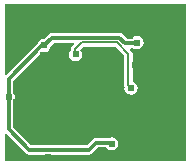
<source format=gbl>
G04*
G04 #@! TF.GenerationSoftware,Altium Limited,Altium Designer,19.0.15 (446)*
G04*
G04 Layer_Physical_Order=4*
G04 Layer_Color=16711680*
%FSLAX24Y24*%
%MOIN*%
G70*
G01*
G75*
%ADD12C,0.0079*%
%ADD45C,0.0240*%
%ADD46C,0.0118*%
G36*
X3214Y-2230D02*
X-2820D01*
Y-1328D01*
X-2770Y-1308D01*
X-2113Y-1965D01*
X-2060Y-2000D01*
X-1998Y-2012D01*
X-2D01*
X61Y-2000D01*
X113Y-1965D01*
X303Y-1774D01*
X564D01*
X589Y-1812D01*
X662Y-1861D01*
X748Y-1878D01*
X834Y-1861D01*
X907Y-1812D01*
X955Y-1739D01*
X972Y-1654D01*
X955Y-1568D01*
X907Y-1495D01*
X834Y-1446D01*
X748Y-1429D01*
X662Y-1446D01*
X657Y-1450D01*
X236D01*
X174Y-1462D01*
X122Y-1498D01*
X-69Y-1688D01*
X-1931D01*
X-2525Y-1094D01*
Y-262D01*
X-2480Y-194D01*
X-2463Y-108D01*
X-2480Y-22D01*
X-2525Y45D01*
Y427D01*
X-1543Y1409D01*
X-1496Y1400D01*
X-1410Y1417D01*
X-1337Y1465D01*
X-1289Y1538D01*
X-1273Y1618D01*
X-1171Y1720D01*
X-515D01*
X-496Y1673D01*
X-560Y1609D01*
X-591Y1563D01*
X-602Y1508D01*
Y1488D01*
X-609Y1484D01*
X-657Y1411D01*
X-674Y1325D01*
X-657Y1239D01*
X-609Y1166D01*
X-536Y1118D01*
X-450Y1101D01*
X-364Y1118D01*
X-291Y1166D01*
X-243Y1239D01*
X-226Y1325D01*
X-243Y1411D01*
X-288Y1479D01*
X-185Y1582D01*
X874Y1582D01*
X1164Y1292D01*
Y290D01*
X1175Y235D01*
X1182Y226D01*
X1176Y196D01*
X1193Y110D01*
X1241Y37D01*
X1314Y-11D01*
X1400Y-28D01*
X1486Y-11D01*
X1559Y37D01*
X1607Y110D01*
X1624Y196D01*
X1607Y282D01*
X1559Y355D01*
X1486Y403D01*
X1448Y411D01*
Y1351D01*
X1437Y1406D01*
X1407Y1452D01*
X1372Y1487D01*
X1391Y1533D01*
X1467D01*
X1504Y1508D01*
X1590Y1491D01*
X1676Y1508D01*
X1749Y1556D01*
X1797Y1629D01*
X1814Y1715D01*
X1797Y1801D01*
X1749Y1874D01*
X1676Y1922D01*
X1590Y1939D01*
X1504Y1922D01*
X1431Y1874D01*
X1420Y1857D01*
X1260D01*
X1121Y1996D01*
X1068Y2032D01*
X1006Y2044D01*
X-1238D01*
X-1300Y2032D01*
X-1353Y1996D01*
X-1502Y1847D01*
X-1582Y1831D01*
X-1655Y1783D01*
X-1703Y1710D01*
X-1704Y1707D01*
X-2770Y640D01*
X-2820Y661D01*
Y3017D01*
X3214D01*
Y-2230D01*
D02*
G37*
D12*
X-244Y1724D02*
X933Y1724D01*
X1306Y290D02*
X1400Y196D01*
X1306Y290D02*
Y1351D01*
X933Y1724D02*
X1306Y1351D01*
X-460Y1345D02*
Y1508D01*
X-244Y1724D01*
D45*
X-797Y1437D02*
D03*
X-1370Y-2110D02*
D03*
X1360D02*
D03*
X1760Y-641D02*
D03*
X2440Y0D02*
D03*
X2120Y405D02*
D03*
X1368Y1939D02*
D03*
X1400Y196D02*
D03*
X1590Y1715D02*
D03*
X1530Y979D02*
D03*
X2410Y1431D02*
D03*
X-150Y1375D02*
D03*
X-450Y1325D02*
D03*
X3091Y1939D02*
D03*
X1998Y-1348D02*
D03*
X3091Y-2106D02*
D03*
X2254Y2894D02*
D03*
X2697Y30D02*
D03*
Y-659D02*
D03*
X-1496Y1624D02*
D03*
X3091Y-1348D02*
D03*
X1998Y-2106D02*
D03*
X1063Y-1063D02*
D03*
X1367Y-1634D02*
D03*
X472Y-1850D02*
D03*
X728Y-2106D02*
D03*
X748Y-1654D02*
D03*
X-2687Y-108D02*
D03*
X3091Y-659D02*
D03*
X2203Y-657D02*
D03*
X3091Y30D02*
D03*
X433Y-433D02*
D03*
X0D02*
D03*
X-433D02*
D03*
X433Y0D02*
D03*
X0D02*
D03*
X-433D02*
D03*
X433Y433D02*
D03*
X0D02*
D03*
X-433D02*
D03*
X3091Y2894D02*
D03*
X1407D02*
D03*
X-1526Y1319D02*
D03*
X-2697Y2894D02*
D03*
X-1220D02*
D03*
X305D02*
D03*
X-1152Y-1063D02*
D03*
X-2697Y-1555D02*
D03*
Y1437D02*
D03*
X3100Y1043D02*
D03*
X-2697Y-2106D02*
D03*
X-2402Y1929D02*
D03*
X-2087D02*
D03*
X-2431Y-709D02*
D03*
X-2431Y-276D02*
D03*
X-1220Y2244D02*
D03*
X39Y2451D02*
D03*
X344Y2126D02*
D03*
D46*
X-2687Y-1161D02*
X-1998Y-1850D01*
X-2D01*
X236Y-1612D01*
X-1238Y1882D02*
X1006D01*
X1193Y1695D02*
X1600D01*
X1006Y1882D02*
X1193Y1695D01*
X-1496Y1624D02*
X-1238Y1882D01*
X-1557Y1624D02*
X-1496D01*
X-2687Y494D02*
X-1557Y1624D01*
X-2687Y-108D02*
Y494D01*
Y-1161D02*
Y-108D01*
X236Y-1612D02*
X707D01*
X748Y-1654D01*
M02*

</source>
